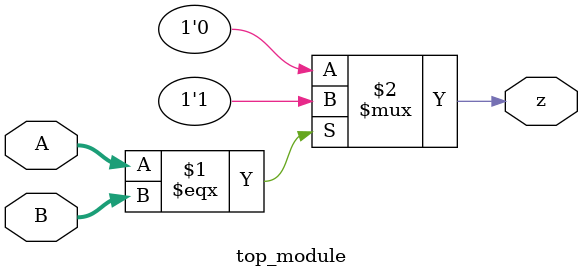
<source format=v>
module top_module ( input [1:0] A, input [1:0] B, output z ); 
    assign z = (A === B) ? 1'b1 : 1'b0;
endmodule

</source>
